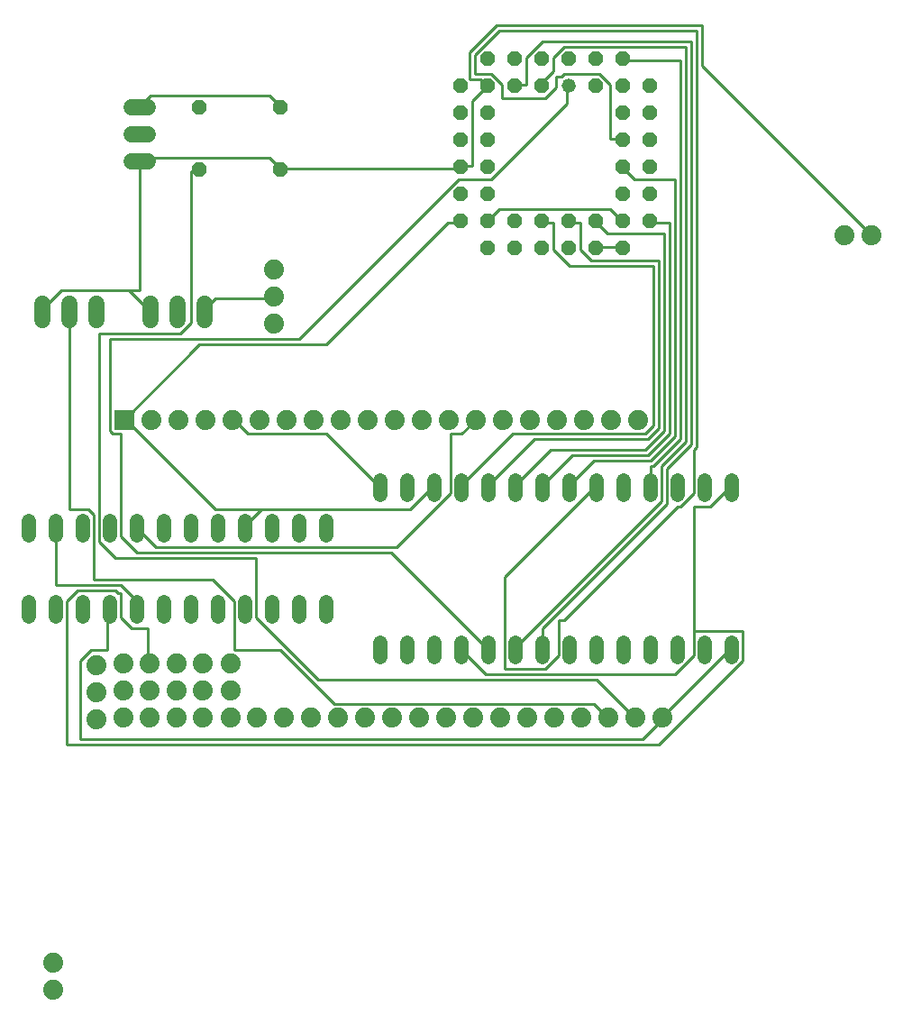
<source format=gbl>
G75*
G70*
%OFA0B0*%
%FSLAX24Y24*%
%IPPOS*%
%LPD*%
%AMOC8*
5,1,8,0,0,1.08239X$1,22.5*
%
%ADD10C,0.0740*%
%ADD11C,0.0520*%
%ADD12C,0.0520*%
%ADD13OC8,0.0520*%
%ADD14C,0.0600*%
%ADD15R,0.0740X0.0740*%
%ADD16C,0.0100*%
D10*
X002009Y008946D03*
X002009Y009946D03*
X003600Y018950D03*
X003600Y019950D03*
X003600Y020950D03*
X004600Y020998D03*
X004600Y019998D03*
X004600Y018998D03*
X005569Y018998D03*
X005569Y019998D03*
X005569Y020998D03*
X006584Y020998D03*
X007553Y020998D03*
X007553Y019998D03*
X006584Y019998D03*
X006584Y018998D03*
X007553Y018998D03*
X008569Y018998D03*
X008569Y019998D03*
X008569Y020998D03*
X009549Y018998D03*
X010549Y018998D03*
X011549Y018998D03*
X012549Y018998D03*
X013549Y018998D03*
X014549Y018998D03*
X015549Y018998D03*
X016549Y018998D03*
X017549Y018998D03*
X018549Y018998D03*
X019549Y018998D03*
X020549Y018998D03*
X021549Y018998D03*
X022549Y018998D03*
X023549Y018998D03*
X024549Y018998D03*
X023628Y030021D03*
X022628Y030021D03*
X021628Y030021D03*
X020628Y030021D03*
X019628Y030021D03*
X018628Y030021D03*
X017628Y030021D03*
X016628Y030021D03*
X015628Y030021D03*
X014628Y030021D03*
X013628Y030021D03*
X012628Y030021D03*
X011628Y030021D03*
X010628Y030021D03*
X009628Y030021D03*
X008628Y030021D03*
X007628Y030021D03*
X006628Y030021D03*
X005628Y030021D03*
X010163Y033569D03*
X010163Y034569D03*
X010163Y035569D03*
X031289Y036844D03*
X032289Y036844D03*
D11*
X027100Y027766D02*
X027100Y027246D01*
X026100Y027246D02*
X026100Y027766D01*
X025100Y027766D02*
X025100Y027246D01*
X024100Y027246D02*
X024100Y027766D01*
X023100Y027766D02*
X023100Y027246D01*
X022100Y027246D02*
X022100Y027766D01*
X021100Y027766D02*
X021100Y027246D01*
X020100Y027246D02*
X020100Y027766D01*
X019100Y027766D02*
X019100Y027246D01*
X018100Y027246D02*
X018100Y027766D01*
X017100Y027766D02*
X017100Y027246D01*
X016100Y027246D02*
X016100Y027766D01*
X015100Y027766D02*
X015100Y027246D01*
X014100Y027246D02*
X014100Y027766D01*
X012100Y026266D02*
X012100Y025746D01*
X011100Y025746D02*
X011100Y026266D01*
X010100Y026266D02*
X010100Y025746D01*
X009100Y025746D02*
X009100Y026266D01*
X008100Y026266D02*
X008100Y025746D01*
X007100Y025746D02*
X007100Y026266D01*
X006100Y026266D02*
X006100Y025746D01*
X005100Y025746D02*
X005100Y026266D01*
X004100Y026266D02*
X004100Y025746D01*
X003100Y025746D02*
X003100Y026266D01*
X002100Y026266D02*
X002100Y025746D01*
X001100Y025746D02*
X001100Y026266D01*
X001100Y023266D02*
X001100Y022746D01*
X002100Y022746D02*
X002100Y023266D01*
X003100Y023266D02*
X003100Y022746D01*
X004100Y022746D02*
X004100Y023266D01*
X005100Y023266D02*
X005100Y022746D01*
X006100Y022746D02*
X006100Y023266D01*
X007100Y023266D02*
X007100Y022746D01*
X008100Y022746D02*
X008100Y023266D01*
X009100Y023266D02*
X009100Y022746D01*
X010100Y022746D02*
X010100Y023266D01*
X011100Y023266D02*
X011100Y022746D01*
X012100Y022746D02*
X012100Y023266D01*
X014100Y021766D02*
X014100Y021246D01*
X015100Y021246D02*
X015100Y021766D01*
X016100Y021766D02*
X016100Y021246D01*
X017100Y021246D02*
X017100Y021766D01*
X018100Y021766D02*
X018100Y021246D01*
X019100Y021246D02*
X019100Y021766D01*
X020100Y021766D02*
X020100Y021246D01*
X021100Y021246D02*
X021100Y021766D01*
X022100Y021766D02*
X022100Y021246D01*
X023100Y021246D02*
X023100Y021766D01*
X024100Y021766D02*
X024100Y021246D01*
X025100Y021246D02*
X025100Y021766D01*
X026100Y021766D02*
X026100Y021246D01*
X027100Y021246D02*
X027100Y021766D01*
D12*
X021072Y042364D03*
D13*
X020072Y042364D03*
X020072Y043364D03*
X021072Y043364D03*
X022072Y043364D03*
X022072Y042364D03*
X023072Y042364D03*
X023072Y043364D03*
X024072Y042364D03*
X024072Y041364D03*
X024072Y040364D03*
X024072Y039364D03*
X024072Y038364D03*
X024072Y037364D03*
X023072Y037364D03*
X023072Y038364D03*
X023072Y039364D03*
X023072Y040364D03*
X023072Y041364D03*
X022072Y037364D03*
X021072Y037364D03*
X020072Y037364D03*
X019072Y037364D03*
X018072Y037364D03*
X018072Y038364D03*
X018072Y039364D03*
X018072Y040364D03*
X018072Y041364D03*
X018072Y042364D03*
X018072Y043364D03*
X019072Y043364D03*
X019072Y042364D03*
X017072Y042364D03*
X017072Y041364D03*
X017072Y040364D03*
X017072Y039364D03*
X017072Y038364D03*
X017072Y037364D03*
X018072Y036364D03*
X019072Y036364D03*
X020072Y036364D03*
X021072Y036364D03*
X022072Y036364D03*
X023072Y036364D03*
X010419Y039261D03*
X010419Y041580D03*
X007419Y041580D03*
X007419Y039261D03*
D14*
X005506Y039580D02*
X004906Y039580D01*
X004906Y040580D02*
X005506Y040580D01*
X005506Y041580D02*
X004906Y041580D01*
X005600Y034306D02*
X005600Y033706D01*
X006600Y033706D02*
X006600Y034306D01*
X007600Y034306D02*
X007600Y033706D01*
X003600Y033706D02*
X003600Y034306D01*
X002600Y034306D02*
X002600Y033706D01*
X001600Y033706D02*
X001600Y034306D01*
D15*
X004628Y030021D03*
D16*
X007406Y032800D01*
X012106Y032800D01*
X016606Y037300D01*
X017006Y037300D01*
X017072Y037364D01*
X018072Y037364D02*
X018106Y037400D01*
X018506Y037800D01*
X022606Y037800D01*
X023006Y037400D01*
X023072Y037364D01*
X022506Y036900D02*
X022106Y037300D01*
X022072Y037364D01*
X021506Y037300D02*
X021106Y037300D01*
X021072Y037364D01*
X020506Y037300D02*
X020106Y037300D01*
X020072Y037364D01*
X020506Y037300D02*
X020506Y036300D01*
X021106Y035700D01*
X024206Y035700D01*
X024206Y029800D01*
X023906Y029500D01*
X019006Y029500D01*
X017106Y027600D01*
X017100Y027506D01*
X016706Y027300D02*
X016706Y029500D01*
X017106Y029500D01*
X017628Y030021D01*
X019806Y029300D02*
X018106Y027600D01*
X018100Y027506D01*
X019100Y027506D02*
X019106Y027600D01*
X020406Y028900D01*
X023906Y028900D01*
X024606Y029600D01*
X024606Y036900D01*
X022506Y036900D01*
X022106Y036400D02*
X023006Y036400D01*
X023072Y036364D01*
X022106Y036400D02*
X022072Y036364D01*
X021906Y035900D02*
X021506Y036300D01*
X021506Y037300D01*
X021906Y035900D02*
X024406Y035900D01*
X024406Y029700D01*
X024006Y029300D01*
X019806Y029300D01*
X021206Y028700D02*
X020106Y027600D01*
X020100Y027506D01*
X021100Y027506D02*
X021106Y027600D01*
X022006Y028500D01*
X024106Y028500D01*
X025006Y029400D01*
X025006Y038900D01*
X023506Y038900D01*
X023106Y039300D01*
X023072Y039364D01*
X023072Y040364D02*
X023006Y040400D01*
X022606Y040400D01*
X022606Y042400D01*
X022206Y042800D01*
X020906Y042800D01*
X020806Y042700D01*
X020606Y042700D01*
X020606Y042300D01*
X020206Y041900D01*
X018606Y041900D01*
X018606Y042400D01*
X018206Y042800D01*
X017606Y042800D01*
X017606Y043500D01*
X018506Y044400D01*
X025806Y044400D01*
X025806Y029000D01*
X025706Y028900D01*
X025706Y027300D01*
X025206Y026800D01*
X025106Y026800D01*
X020906Y022600D01*
X020706Y022600D01*
X020706Y021300D01*
X020206Y020800D01*
X018706Y020800D01*
X018706Y024200D01*
X022006Y027500D01*
X022100Y027506D01*
X021206Y028700D02*
X024006Y028700D01*
X024806Y029500D01*
X024806Y037300D01*
X024106Y037300D01*
X024072Y037364D01*
X021006Y041700D02*
X021006Y042300D01*
X021072Y042364D01*
X020506Y042900D02*
X020006Y042400D01*
X020072Y042364D01*
X020506Y042900D02*
X020506Y043400D01*
X020906Y043800D01*
X025406Y043800D01*
X025406Y029200D01*
X024506Y028300D01*
X024506Y027000D01*
X019106Y021600D01*
X019100Y021506D01*
X018100Y021506D02*
X018006Y021600D01*
X014506Y025100D01*
X005106Y025100D01*
X004506Y025700D01*
X004506Y029500D01*
X004206Y029500D01*
X004106Y029600D01*
X004106Y033000D01*
X011106Y033000D01*
X017006Y038900D01*
X018206Y038900D01*
X021006Y041700D01*
X019506Y042400D02*
X019506Y043400D01*
X020106Y044000D01*
X025606Y044000D01*
X025606Y029100D01*
X024706Y028200D01*
X024706Y026900D01*
X020106Y022300D01*
X020106Y021600D01*
X020100Y021506D01*
X022106Y020400D02*
X011806Y020400D01*
X009506Y022700D01*
X009506Y024900D01*
X004306Y024900D01*
X003706Y025500D01*
X003706Y033200D01*
X006706Y033200D01*
X007106Y033600D01*
X007106Y039200D01*
X007406Y039200D01*
X007419Y039261D01*
X005306Y039700D02*
X010006Y039700D01*
X010406Y039300D01*
X010419Y039261D01*
X010506Y039300D01*
X017006Y039300D01*
X017072Y039364D01*
X017106Y039400D01*
X017506Y039400D01*
X017506Y041800D01*
X018006Y042300D01*
X018072Y042364D01*
X018006Y042400D01*
X017806Y042600D01*
X017406Y042600D01*
X017406Y043600D01*
X018406Y044600D01*
X026006Y044600D01*
X026006Y043100D01*
X032206Y036900D01*
X032289Y036844D01*
X027100Y027506D02*
X027006Y027500D01*
X026306Y026800D01*
X025706Y026800D01*
X025706Y022200D01*
X027506Y022200D01*
X027506Y021100D01*
X024406Y018000D01*
X002506Y018000D01*
X002506Y023300D01*
X002906Y023700D01*
X004306Y023700D01*
X004406Y023600D01*
X004506Y023600D01*
X004506Y022700D01*
X004906Y022300D01*
X005506Y022300D01*
X005506Y021000D01*
X005569Y020998D01*
X005100Y023006D02*
X005006Y023100D01*
X005006Y023400D01*
X004506Y023900D01*
X002106Y023900D01*
X002106Y026000D01*
X002100Y026006D01*
X002606Y026700D02*
X003306Y026700D01*
X003506Y026500D01*
X003506Y024100D01*
X007906Y024100D01*
X008706Y023300D01*
X008706Y021500D01*
X010406Y021500D01*
X012406Y019500D01*
X022006Y019500D01*
X022506Y019000D01*
X022549Y018998D01*
X023506Y019000D02*
X023549Y018998D01*
X023506Y019000D02*
X022106Y020400D01*
X023806Y018200D02*
X024506Y018900D01*
X024549Y018998D01*
X024506Y019000D01*
X027006Y021500D01*
X027100Y021506D01*
X025706Y021300D02*
X025706Y022200D01*
X025706Y021300D02*
X025006Y020600D01*
X018006Y020600D01*
X017106Y021500D01*
X017100Y021506D01*
X014706Y025300D02*
X016706Y027300D01*
X016100Y027506D02*
X016006Y027500D01*
X015206Y026700D01*
X009706Y026700D01*
X008006Y026700D01*
X004706Y030000D01*
X004628Y030021D01*
X002606Y026700D02*
X002606Y034000D01*
X002600Y034006D01*
X002306Y034800D02*
X004806Y034800D01*
X005206Y034800D01*
X005206Y039580D01*
X005206Y039600D01*
X005306Y039700D01*
X005206Y041580D02*
X005206Y041600D01*
X005606Y042000D01*
X010006Y042000D01*
X010406Y041600D01*
X010419Y041580D01*
X010163Y034569D02*
X010106Y034500D01*
X008006Y034500D01*
X007606Y034100D01*
X007600Y034006D01*
X005600Y034006D02*
X005506Y034100D01*
X004806Y034800D01*
X002306Y034800D02*
X001606Y034100D01*
X001600Y034006D01*
X005100Y026006D02*
X005106Y026000D01*
X005806Y025300D01*
X014706Y025300D01*
X014100Y027506D02*
X014006Y027600D01*
X012106Y029500D01*
X009206Y029500D01*
X008706Y030000D01*
X008628Y030021D01*
X009706Y026700D02*
X009106Y026100D01*
X009100Y026006D01*
X004100Y023006D02*
X004006Y023000D01*
X004006Y021500D01*
X003406Y021500D01*
X003006Y021100D01*
X003006Y018200D01*
X023806Y018200D01*
X024100Y027506D02*
X024106Y027600D01*
X024106Y028300D01*
X024206Y028300D01*
X025206Y029300D01*
X025206Y043300D01*
X023106Y043300D01*
X023072Y043364D01*
X019506Y042400D02*
X019106Y042400D01*
X019072Y042364D01*
M02*

</source>
